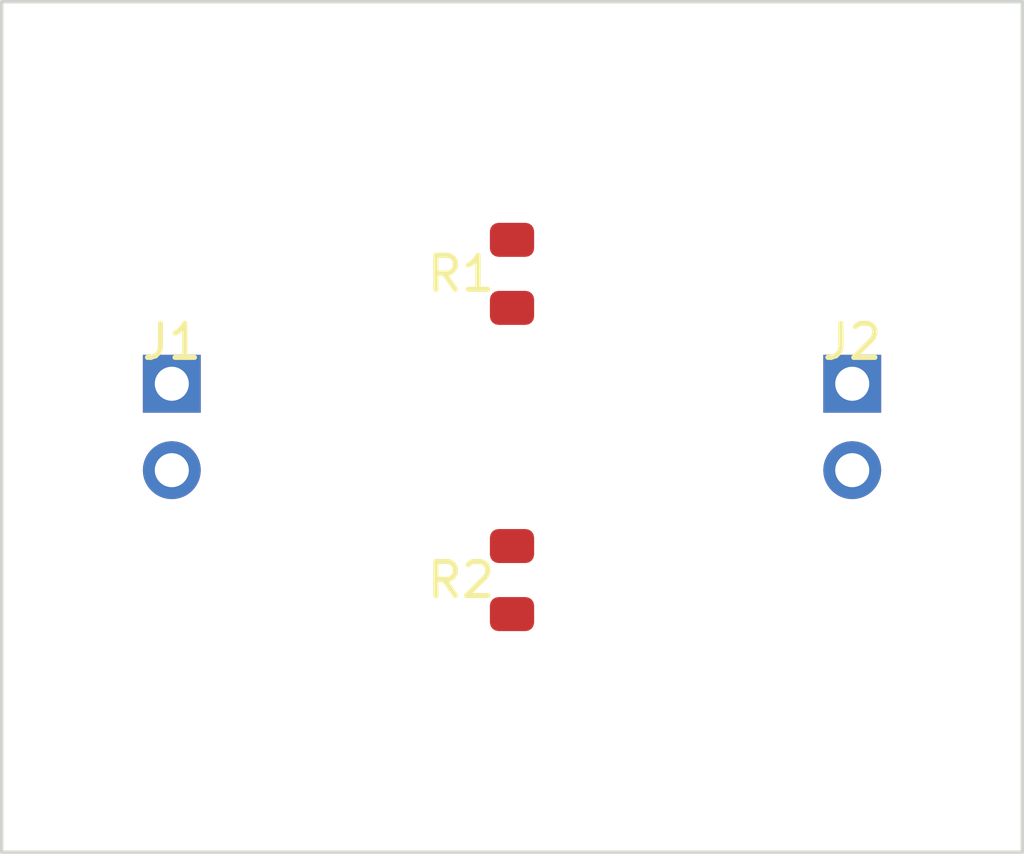
<source format=kicad_pcb>
(kicad_pcb (version 20240108) (generator "kicad-tools-demo") (generator_version "8.0")
  (layers (0 "F.Cu" signal) (31 "B.Cu" signal) (34 "B.Paste" user) (35 "F.Paste" user) (36 "B.SilkS" user "B.Silkscreen") (37 "F.SilkS" user "F.Silkscreen") (38 "B.Mask" user) (39 "F.Mask" user) (44 "Edge.Cuts" user))
  (net 0 "")
  (net 1 "VIN")
  (net 2 "VOUT")
  (net 3 "GND")
  (gr_rect (start 100.0 100.0) (end 130.0 125.0) (stroke (width 0.1)) (fill none) (layer "Edge.Cuts"))
  (footprint "Connector_PinHeader_2.54mm:PinHeader_1x02_P2.54mm_Vertical" (layer "F.Cu") (at 105.0 112.5)
    (fp_text reference "J1" (at 0 -2.5) (layer "F.SilkS"))
    (fp_text value "Conn_01x02")
    (pad "1" thru_hole rect (at 0 -1.270) (size 1.7 1.7) (drill 1.0) (layers "*.Cu" "*.Mask") (net 1 "VIN"))
    (pad "2" thru_hole oval (at 0 1.270) (size 1.7 1.7) (drill 1.0) (layers "*.Cu" "*.Mask") (net 3 "GND"))
  )
  (footprint "Resistor_SMD:R_0805_2012Metric" (layer "F.Cu") (at 115.0 108.0 90)
    (fp_text reference "R1" (at 0 -1.5) (layer "F.SilkS"))
    (fp_text value "10k")
    (pad "1" smd roundrect (at -1.0 0 90) (size 1.0 1.3) (layers "F.Cu" "F.Paste" "F.Mask") (net 1 "VIN"))
    (pad "2" smd roundrect (at 1.0 0 90) (size 1.0 1.3) (layers "F.Cu" "F.Paste" "F.Mask") (net 2 "VOUT"))
  )
  (footprint "Resistor_SMD:R_0805_2012Metric" (layer "F.Cu") (at 115.0 117.0 90)
    (fp_text reference "R2" (at 0 -1.5) (layer "F.SilkS"))
    (fp_text value "10k")
    (pad "1" smd roundrect (at -1.0 0 90) (size 1.0 1.3) (layers "F.Cu" "F.Paste" "F.Mask") (net 2 "VOUT"))
    (pad "2" smd roundrect (at 1.0 0 90) (size 1.0 1.3) (layers "F.Cu" "F.Paste" "F.Mask") (net 3 "GND"))
  )
  (footprint "Connector_PinHeader_2.54mm:PinHeader_1x02_P2.54mm_Vertical" (layer "F.Cu") (at 125.0 112.5)
    (fp_text reference "J2" (at 0 -2.5) (layer "F.SilkS"))
    (fp_text value "Conn_01x02")
    (pad "1" thru_hole rect (at 0 -1.270) (size 1.7 1.7) (drill 1.0) (layers "*.Cu" "*.Mask") (net 2 "VOUT"))
    (pad "2" thru_hole oval (at 0 1.270) (size 1.7 1.7) (drill 1.0) (layers "*.Cu" "*.Mask") (net 3 "GND"))
  )
)
</source>
